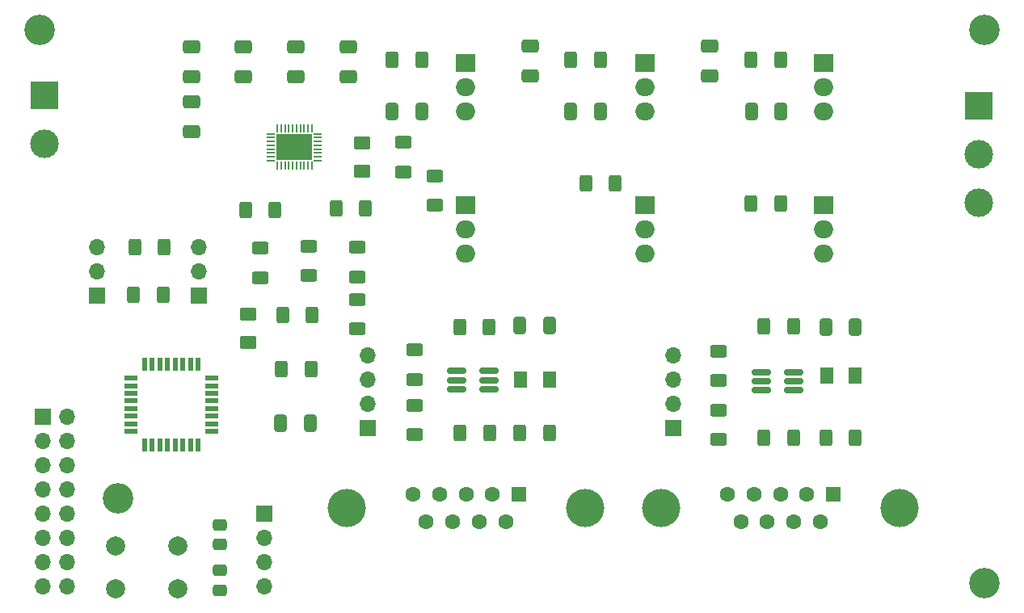
<source format=gbr>
%TF.GenerationSoftware,KiCad,Pcbnew,8.0.1*%
%TF.CreationDate,2024-05-23T13:36:51+02:00*%
%TF.ProjectId,BLDCsensDrv,424c4443-7365-46e7-9344-72762e6b6963,rev?*%
%TF.SameCoordinates,Original*%
%TF.FileFunction,Soldermask,Top*%
%TF.FilePolarity,Negative*%
%FSLAX46Y46*%
G04 Gerber Fmt 4.6, Leading zero omitted, Abs format (unit mm)*
G04 Created by KiCad (PCBNEW 8.0.1) date 2024-05-23 13:36:51*
%MOMM*%
%LPD*%
G01*
G04 APERTURE LIST*
G04 Aperture macros list*
%AMRoundRect*
0 Rectangle with rounded corners*
0 $1 Rounding radius*
0 $2 $3 $4 $5 $6 $7 $8 $9 X,Y pos of 4 corners*
0 Add a 4 corners polygon primitive as box body*
4,1,4,$2,$3,$4,$5,$6,$7,$8,$9,$2,$3,0*
0 Add four circle primitives for the rounded corners*
1,1,$1+$1,$2,$3*
1,1,$1+$1,$4,$5*
1,1,$1+$1,$6,$7*
1,1,$1+$1,$8,$9*
0 Add four rect primitives between the rounded corners*
20,1,$1+$1,$2,$3,$4,$5,0*
20,1,$1+$1,$4,$5,$6,$7,0*
20,1,$1+$1,$6,$7,$8,$9,0*
20,1,$1+$1,$8,$9,$2,$3,0*%
G04 Aperture macros list end*
%ADD10RoundRect,0.250000X0.650000X-0.412500X0.650000X0.412500X-0.650000X0.412500X-0.650000X-0.412500X0*%
%ADD11RoundRect,0.250000X-0.625000X0.400000X-0.625000X-0.400000X0.625000X-0.400000X0.625000X0.400000X0*%
%ADD12RoundRect,0.250000X0.400000X0.625000X-0.400000X0.625000X-0.400000X-0.625000X0.400000X-0.625000X0*%
%ADD13RoundRect,0.250001X-0.462499X-0.624999X0.462499X-0.624999X0.462499X0.624999X-0.462499X0.624999X0*%
%ADD14RoundRect,0.250000X0.625000X-0.400000X0.625000X0.400000X-0.625000X0.400000X-0.625000X-0.400000X0*%
%ADD15RoundRect,0.250000X-0.650000X0.412500X-0.650000X-0.412500X0.650000X-0.412500X0.650000X0.412500X0*%
%ADD16R,2.000000X1.905000*%
%ADD17O,2.000000X1.905000*%
%ADD18R,1.700000X1.700000*%
%ADD19O,1.700000X1.700000*%
%ADD20R,1.475000X0.600000*%
%ADD21R,0.600000X1.475000*%
%ADD22RoundRect,0.250000X-0.400000X-0.625000X0.400000X-0.625000X0.400000X0.625000X-0.400000X0.625000X0*%
%ADD23R,3.000000X3.000000*%
%ADD24C,3.000000*%
%ADD25RoundRect,0.250001X-0.624999X0.462499X-0.624999X-0.462499X0.624999X-0.462499X0.624999X0.462499X0*%
%ADD26RoundRect,0.162500X-0.837500X-0.162500X0.837500X-0.162500X0.837500X0.162500X-0.837500X0.162500X0*%
%ADD27R,0.203200X0.812800*%
%ADD28R,0.812800X0.203200*%
%ADD29R,3.810000X2.794000*%
%ADD30C,3.200000*%
%ADD31RoundRect,0.250000X0.412500X0.650000X-0.412500X0.650000X-0.412500X-0.650000X0.412500X-0.650000X0*%
%ADD32RoundRect,0.250000X-0.475000X0.337500X-0.475000X-0.337500X0.475000X-0.337500X0.475000X0.337500X0*%
%ADD33C,2.000000*%
%ADD34RoundRect,0.250000X-0.412500X-0.650000X0.412500X-0.650000X0.412500X0.650000X-0.412500X0.650000X0*%
%ADD35RoundRect,0.250001X0.624999X-0.462499X0.624999X0.462499X-0.624999X0.462499X-0.624999X-0.462499X0*%
%ADD36C,4.000000*%
%ADD37R,1.600000X1.600000*%
%ADD38C,1.600000*%
G04 APERTURE END LIST*
D10*
%TO.C,C111*%
X109000000Y-71882500D03*
X109000000Y-68757500D03*
%TD*%
D11*
%TO.C,R208*%
X164200000Y-101040000D03*
X164200000Y-104140000D03*
%TD*%
D10*
%TO.C,C112*%
X125400000Y-66082500D03*
X125400000Y-62957500D03*
%TD*%
D12*
%TO.C,R106*%
X170730000Y-79420000D03*
X167630000Y-79420000D03*
%TD*%
%TO.C,R101*%
X151830000Y-64320000D03*
X148730000Y-64320000D03*
%TD*%
D13*
%TO.C,D21*%
X143505000Y-97820000D03*
X146480000Y-97820000D03*
%TD*%
D14*
%TO.C,R204*%
X132400000Y-103640000D03*
X132400000Y-100540000D03*
%TD*%
D12*
%TO.C,R105*%
X153400000Y-77300000D03*
X150300000Y-77300000D03*
%TD*%
D15*
%TO.C,C113*%
X144500000Y-62887500D03*
X144500000Y-66012500D03*
%TD*%
D16*
%TO.C,Q6*%
X175235000Y-79580000D03*
D17*
X175235000Y-82120000D03*
X175235000Y-84660000D03*
%TD*%
D12*
%TO.C,R209*%
X178550000Y-103920000D03*
X175450000Y-103920000D03*
%TD*%
%TO.C,R102*%
X170730000Y-64320000D03*
X167630000Y-64320000D03*
%TD*%
D18*
%TO.C,J5*%
X109800000Y-89025000D03*
D19*
X109800000Y-86485000D03*
X109800000Y-83945000D03*
%TD*%
D20*
%TO.C,U2*%
X102662000Y-97700000D03*
X102662000Y-98500000D03*
X102662000Y-99300000D03*
X102662000Y-100100000D03*
X102662000Y-100900000D03*
X102662000Y-101700000D03*
X102662000Y-102500000D03*
X102662000Y-103300000D03*
D21*
X104100000Y-104738000D03*
X104900000Y-104738000D03*
X105700000Y-104738000D03*
X106500000Y-104738000D03*
X107300000Y-104738000D03*
X108100000Y-104738000D03*
X108900000Y-104738000D03*
X109700000Y-104738000D03*
D20*
X111138000Y-103300000D03*
X111138000Y-102500000D03*
X111138000Y-101700000D03*
X111138000Y-100900000D03*
X111138000Y-100100000D03*
X111138000Y-99300000D03*
X111138000Y-98500000D03*
X111138000Y-97700000D03*
D21*
X109700000Y-96262000D03*
X108900000Y-96262000D03*
X108100000Y-96262000D03*
X107300000Y-96262000D03*
X106500000Y-96262000D03*
X105700000Y-96262000D03*
X104900000Y-96262000D03*
X104100000Y-96262000D03*
%TD*%
D22*
%TO.C,R116*%
X102950000Y-89000000D03*
X106050000Y-89000000D03*
%TD*%
D12*
%TO.C,R201*%
X121650000Y-91120000D03*
X118550000Y-91120000D03*
%TD*%
D23*
%TO.C,J6*%
X191500000Y-69120000D03*
D24*
X191500000Y-74200000D03*
X191500000Y-79280000D03*
%TD*%
D18*
%TO.C,J25*%
X116600000Y-111920000D03*
D19*
X116600000Y-114460000D03*
X116600000Y-117000000D03*
X116600000Y-119540000D03*
%TD*%
D25*
%TO.C,D20*%
X114900000Y-91032500D03*
X114900000Y-94007500D03*
%TD*%
D16*
%TO.C,Q5*%
X175235000Y-64680000D03*
D17*
X175235000Y-67220000D03*
X175235000Y-69760000D03*
%TD*%
D18*
%TO.C,J22*%
X159500000Y-102920000D03*
D19*
X159500000Y-100380000D03*
X159500000Y-97840000D03*
X159500000Y-95300000D03*
%TD*%
D14*
%TO.C,R205*%
X132400000Y-97870000D03*
X132400000Y-94770000D03*
%TD*%
%TO.C,R107*%
X131200000Y-76100000D03*
X131200000Y-73000000D03*
%TD*%
D12*
%TO.C,R203*%
X146520000Y-103420000D03*
X143420000Y-103420000D03*
%TD*%
D26*
%TO.C,Q20*%
X136790000Y-96970000D03*
X136790000Y-97920000D03*
X136790000Y-98870000D03*
X140210000Y-98870000D03*
X140210000Y-97920000D03*
X140210000Y-96970000D03*
%TD*%
D27*
%TO.C,U1*%
X118000001Y-75443100D03*
X118400000Y-75443100D03*
X118799999Y-75443100D03*
X119200001Y-75443100D03*
X119600000Y-75443100D03*
X120000000Y-75443100D03*
X120399999Y-75443100D03*
X120800001Y-75443100D03*
X121200000Y-75443100D03*
X121599999Y-75443100D03*
D28*
X122251100Y-74900000D03*
X122251100Y-74500001D03*
X122251100Y-74099999D03*
X122251100Y-73700000D03*
X122251100Y-73300000D03*
X122251100Y-72900001D03*
X122251100Y-72499999D03*
X122251100Y-72100000D03*
D27*
X121599999Y-71556900D03*
X121200000Y-71556900D03*
X120800001Y-71556900D03*
X120399999Y-71556900D03*
X120000000Y-71556900D03*
X119600000Y-71556900D03*
X119200001Y-71556900D03*
X118799999Y-71556900D03*
X118400000Y-71556900D03*
X118000001Y-71556900D03*
D28*
X117348900Y-72100000D03*
X117348900Y-72499999D03*
X117348900Y-72900001D03*
X117348900Y-73300000D03*
X117348900Y-73700000D03*
X117348900Y-74099999D03*
X117348900Y-74500001D03*
X117348900Y-74900000D03*
D29*
X119800000Y-73500000D03*
%TD*%
D14*
%TO.C,R114*%
X121300000Y-86970000D03*
X121300000Y-83870000D03*
%TD*%
D26*
%TO.C,Q21*%
X168690000Y-97070000D03*
X168690000Y-98020000D03*
X168690000Y-98970000D03*
X172110000Y-98970000D03*
X172110000Y-98020000D03*
X172110000Y-97070000D03*
%TD*%
D15*
%TO.C,C114*%
X163300000Y-62887500D03*
X163300000Y-66012500D03*
%TD*%
D30*
%TO.C,REF\u002A\u002A*%
X93100000Y-61200000D03*
%TD*%
D31*
%TO.C,C24*%
X178562500Y-92320000D03*
X175437500Y-92320000D03*
%TD*%
D32*
%TO.C,C20*%
X112000000Y-113082500D03*
X112000000Y-115157500D03*
%TD*%
D15*
%TO.C,C119*%
X119933332Y-62957500D03*
X119933332Y-66082500D03*
%TD*%
D18*
%TO.C,J4*%
X99100000Y-89025000D03*
D19*
X99100000Y-86485000D03*
X99100000Y-83945000D03*
%TD*%
D16*
%TO.C,Q2*%
X137735000Y-79580000D03*
D17*
X137735000Y-82120000D03*
X137735000Y-84660000D03*
%TD*%
D33*
%TO.C,SW1*%
X101050000Y-115270000D03*
X107550000Y-115270000D03*
X101050000Y-119770000D03*
X107550000Y-119770000D03*
%TD*%
D30*
%TO.C,REF\u002A\u002A*%
X101300000Y-110300000D03*
%TD*%
D34*
%TO.C,C115*%
X129987500Y-69720000D03*
X133112500Y-69720000D03*
%TD*%
D11*
%TO.C,R109*%
X126400000Y-89450000D03*
X126400000Y-92550000D03*
%TD*%
D22*
%TO.C,R115*%
X103050000Y-84000000D03*
X106150000Y-84000000D03*
%TD*%
D23*
%TO.C,J1*%
X93600000Y-68080000D03*
D24*
X93600000Y-73160000D03*
%TD*%
D12*
%TO.C,R207*%
X140200000Y-92400000D03*
X137100000Y-92400000D03*
%TD*%
D22*
%TO.C,R200*%
X118450000Y-96720000D03*
X121550000Y-96720000D03*
%TD*%
D31*
%TO.C,C23*%
X146532500Y-92220000D03*
X143407500Y-92220000D03*
%TD*%
D16*
%TO.C,Q1*%
X137735000Y-64680000D03*
D17*
X137735000Y-67220000D03*
X137735000Y-69760000D03*
%TD*%
D14*
%TO.C,R212*%
X164200000Y-97970000D03*
X164200000Y-94870000D03*
%TD*%
D16*
%TO.C,Q4*%
X156485000Y-79580000D03*
D17*
X156485000Y-82120000D03*
X156485000Y-84660000D03*
%TD*%
D13*
%TO.C,D22*%
X175535000Y-97420000D03*
X178510000Y-97420000D03*
%TD*%
D12*
%TO.C,R211*%
X172050000Y-103920000D03*
X168950000Y-103920000D03*
%TD*%
D16*
%TO.C,Q3*%
X156485000Y-64680000D03*
D17*
X156485000Y-67220000D03*
X156485000Y-69760000D03*
%TD*%
D30*
%TO.C,REF\u002A\u002A*%
X192100000Y-119200000D03*
%TD*%
D35*
%TO.C,D100*%
X126900000Y-75992500D03*
X126900000Y-73017500D03*
%TD*%
D18*
%TO.C,J21*%
X127500000Y-102920000D03*
D19*
X127500000Y-100380000D03*
X127500000Y-97840000D03*
X127500000Y-95300000D03*
%TD*%
D31*
%TO.C,C22*%
X121462500Y-102400000D03*
X118337500Y-102400000D03*
%TD*%
D10*
%TO.C,C118*%
X109000000Y-66082500D03*
X109000000Y-62957500D03*
%TD*%
D36*
%TO.C,J23*%
X125260000Y-111340000D03*
X150260000Y-111340000D03*
D37*
X143300000Y-109920000D03*
D38*
X140530000Y-109920000D03*
X137760000Y-109920000D03*
X134990000Y-109920000D03*
X132220000Y-109920000D03*
X141915000Y-112760000D03*
X139145000Y-112760000D03*
X136375000Y-112760000D03*
X133605000Y-112760000D03*
%TD*%
D10*
%TO.C,C110*%
X114466666Y-66082500D03*
X114466666Y-62957500D03*
%TD*%
D12*
%TO.C,R206*%
X140250000Y-103420000D03*
X137150000Y-103420000D03*
%TD*%
D14*
%TO.C,R104*%
X134500000Y-79600000D03*
X134500000Y-76500000D03*
%TD*%
D36*
%TO.C,J24*%
X158210000Y-111340000D03*
X183210000Y-111340000D03*
D37*
X176250000Y-109920000D03*
D38*
X173480000Y-109920000D03*
X170710000Y-109920000D03*
X167940000Y-109920000D03*
X165170000Y-109920000D03*
X174865000Y-112760000D03*
X172095000Y-112760000D03*
X169325000Y-112760000D03*
X166555000Y-112760000D03*
%TD*%
D30*
%TO.C,REF\u002A\u002A*%
X192100000Y-61200000D03*
%TD*%
D14*
%TO.C,R108*%
X126400000Y-87070000D03*
X126400000Y-83970000D03*
%TD*%
D22*
%TO.C,R210*%
X168950000Y-92290000D03*
X172050000Y-92290000D03*
%TD*%
D34*
%TO.C,C117*%
X167647500Y-69720000D03*
X170772500Y-69720000D03*
%TD*%
D12*
%TO.C,R100*%
X133130000Y-64320000D03*
X130030000Y-64320000D03*
%TD*%
D22*
%TO.C,R110*%
X124150000Y-79900000D03*
X127250000Y-79900000D03*
%TD*%
%TO.C,R112*%
X114650000Y-80100000D03*
X117750000Y-80100000D03*
%TD*%
D18*
%TO.C,J20*%
X93425000Y-101720000D03*
D19*
X95965000Y-101720000D03*
X93425000Y-104260000D03*
X95965000Y-104260000D03*
X93425000Y-106800000D03*
X95965000Y-106800000D03*
X93425000Y-109340000D03*
X95965000Y-109340000D03*
X93425000Y-111880000D03*
X95965000Y-111880000D03*
X93425000Y-114420000D03*
X95965000Y-114420000D03*
X93425000Y-116960000D03*
X95965000Y-116960000D03*
X93425000Y-119500000D03*
X95965000Y-119500000D03*
%TD*%
D34*
%TO.C,C116*%
X148687500Y-69720000D03*
X151812500Y-69720000D03*
%TD*%
D14*
%TO.C,R113*%
X116200000Y-87170000D03*
X116200000Y-84070000D03*
%TD*%
D32*
%TO.C,C21*%
X112000000Y-117882500D03*
X112000000Y-119957500D03*
%TD*%
M02*

</source>
